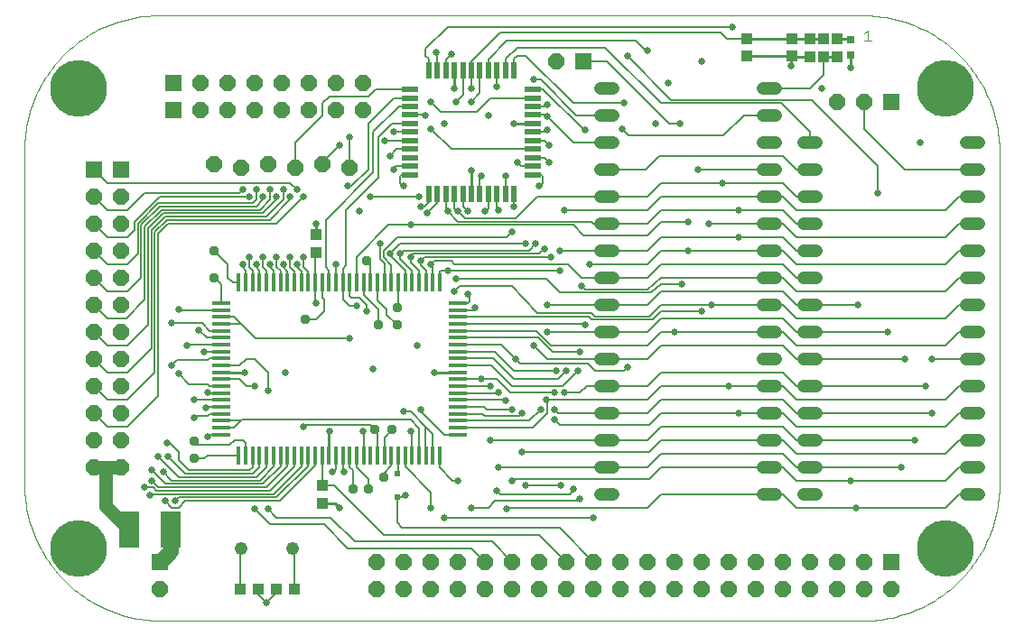
<source format=gtl>
G75*
%MOIN*%
%OFA0B0*%
%FSLAX24Y24*%
%IPPOS*%
%LPD*%
%AMOC8*
5,1,8,0,0,1.08239X$1,22.5*
%
%ADD10C,0.0000*%
%ADD11C,0.0030*%
%ADD12R,0.0394X0.0433*%
%ADD13R,0.0315X0.0315*%
%ADD14R,0.0433X0.0394*%
%ADD15C,0.2100*%
%ADD16R,0.0157X0.0709*%
%ADD17R,0.0709X0.0157*%
%ADD18C,0.0480*%
%ADD19R,0.0394X0.0394*%
%ADD20R,0.0600X0.0600*%
%ADD21OC8,0.0600*%
%ADD22R,0.0591X0.0197*%
%ADD23R,0.0197X0.0591*%
%ADD24R,0.0236X0.0236*%
%ADD25C,0.0480*%
%ADD26OC8,0.0337*%
%ADD27R,0.0748X0.1339*%
%ADD28C,0.0100*%
%ADD29C,0.0258*%
%ADD30C,0.0050*%
%ADD31C,0.0500*%
%ADD32C,0.0560*%
D10*
X005630Y000688D02*
X031435Y000688D01*
X031574Y000690D01*
X031714Y000696D01*
X031853Y000705D01*
X031992Y000719D01*
X032130Y000736D01*
X032268Y000757D01*
X032405Y000782D01*
X032542Y000810D01*
X032677Y000843D01*
X032812Y000879D01*
X032945Y000919D01*
X033078Y000962D01*
X033209Y001009D01*
X033339Y001060D01*
X033468Y001114D01*
X033594Y001172D01*
X033720Y001233D01*
X033843Y001298D01*
X033965Y001366D01*
X034085Y001437D01*
X034203Y001512D01*
X034318Y001590D01*
X034432Y001671D01*
X034543Y001755D01*
X034652Y001842D01*
X034758Y001932D01*
X034862Y002025D01*
X034963Y002121D01*
X035062Y002220D01*
X035158Y002321D01*
X035251Y002425D01*
X035341Y002531D01*
X035428Y002640D01*
X035512Y002751D01*
X035593Y002865D01*
X035671Y002980D01*
X035746Y003098D01*
X035817Y003218D01*
X035885Y003340D01*
X035950Y003463D01*
X036011Y003589D01*
X036069Y003715D01*
X036123Y003844D01*
X036174Y003974D01*
X036221Y004105D01*
X036264Y004238D01*
X036304Y004371D01*
X036340Y004506D01*
X036373Y004641D01*
X036401Y004778D01*
X036426Y004915D01*
X036447Y005053D01*
X036464Y005191D01*
X036478Y005330D01*
X036487Y005469D01*
X036493Y005609D01*
X036495Y005748D01*
X036495Y018019D01*
X036493Y018158D01*
X036487Y018297D01*
X036478Y018435D01*
X036464Y018573D01*
X036447Y018711D01*
X036426Y018849D01*
X036402Y018985D01*
X036373Y019121D01*
X036341Y019256D01*
X036305Y019390D01*
X036265Y019524D01*
X036222Y019655D01*
X036175Y019786D01*
X036125Y019916D01*
X036070Y020044D01*
X036013Y020170D01*
X035952Y020295D01*
X035888Y020418D01*
X035820Y020539D01*
X035749Y020658D01*
X035674Y020776D01*
X035597Y020891D01*
X035516Y021004D01*
X035432Y021115D01*
X035345Y021223D01*
X035256Y021329D01*
X035163Y021432D01*
X035068Y021533D01*
X034969Y021632D01*
X034868Y021727D01*
X034765Y021820D01*
X034659Y021909D01*
X034551Y021996D01*
X034440Y022080D01*
X034327Y022161D01*
X034212Y022238D01*
X034094Y022313D01*
X033975Y022384D01*
X033854Y022452D01*
X033731Y022516D01*
X033606Y022577D01*
X033480Y022634D01*
X033352Y022689D01*
X033222Y022739D01*
X033091Y022786D01*
X032960Y022829D01*
X032826Y022869D01*
X032692Y022905D01*
X032557Y022937D01*
X032421Y022966D01*
X032285Y022990D01*
X032147Y023011D01*
X032009Y023028D01*
X031871Y023042D01*
X031733Y023051D01*
X031594Y023057D01*
X031455Y023059D01*
X005498Y023059D01*
X005497Y023058D02*
X005358Y023057D01*
X005219Y023052D01*
X005080Y023043D01*
X004941Y023030D01*
X004803Y023014D01*
X004665Y022993D01*
X004528Y022969D01*
X004391Y022940D01*
X004256Y022908D01*
X004121Y022872D01*
X003988Y022833D01*
X003855Y022790D01*
X003724Y022743D01*
X003595Y022692D01*
X003466Y022638D01*
X003340Y022580D01*
X003215Y022518D01*
X003091Y022453D01*
X002970Y022385D01*
X002850Y022313D01*
X002733Y022238D01*
X002618Y022160D01*
X002505Y022079D01*
X002394Y021994D01*
X002286Y021906D01*
X002180Y021816D01*
X002077Y021722D01*
X001977Y021626D01*
X001879Y021526D01*
X001784Y021424D01*
X001692Y021320D01*
X001603Y021213D01*
X001517Y021103D01*
X001434Y020991D01*
X001354Y020877D01*
X001278Y020760D01*
X001205Y020642D01*
X001135Y020521D01*
X001068Y020399D01*
X001005Y020275D01*
X000946Y020149D01*
X000890Y020021D01*
X000838Y019892D01*
X000789Y019762D01*
X000744Y019630D01*
X000703Y019497D01*
X000665Y019363D01*
X000632Y019227D01*
X000602Y019091D01*
X000575Y018955D01*
X000553Y018817D01*
X000535Y018679D01*
X000520Y018541D01*
X000510Y018402D01*
X000503Y018263D01*
X000500Y018123D01*
X000500Y005692D01*
X000500Y005693D02*
X000504Y005550D01*
X000512Y005409D01*
X000524Y005267D01*
X000539Y005126D01*
X000559Y004985D01*
X000582Y004845D01*
X000610Y004705D01*
X000641Y004567D01*
X000677Y004429D01*
X000716Y004292D01*
X000759Y004157D01*
X000805Y004023D01*
X000856Y003890D01*
X000910Y003758D01*
X000968Y003629D01*
X001029Y003500D01*
X001094Y003374D01*
X001163Y003249D01*
X001235Y003127D01*
X001310Y003006D01*
X001389Y002888D01*
X001471Y002772D01*
X001556Y002658D01*
X001645Y002547D01*
X001736Y002438D01*
X001831Y002332D01*
X001928Y002229D01*
X002029Y002128D01*
X002132Y002030D01*
X002237Y001935D01*
X002346Y001844D01*
X002457Y001755D01*
X002570Y001669D01*
X002686Y001587D01*
X002804Y001508D01*
X002924Y001432D01*
X003047Y001359D01*
X003171Y001290D01*
X003297Y001225D01*
X003425Y001163D01*
X003555Y001105D01*
X003686Y001050D01*
X003819Y000999D01*
X003953Y000952D01*
X004088Y000909D01*
X004224Y000869D01*
X004362Y000833D01*
X004500Y000802D01*
X004640Y000774D01*
X004780Y000750D01*
X004921Y000729D01*
X005062Y000713D01*
X005203Y000701D01*
X005345Y000693D01*
X005487Y000689D01*
X005629Y000688D01*
D11*
X031515Y022140D02*
X031762Y022140D01*
X031638Y022140D02*
X031638Y022510D01*
X031515Y022387D01*
D12*
X029500Y022210D03*
X029500Y021540D03*
D13*
X031000Y021580D03*
X031000Y022170D03*
D14*
X030500Y022210D03*
X030000Y022210D03*
X030000Y021540D03*
X030500Y021540D03*
X011250Y014960D03*
X011250Y014290D03*
X011500Y005710D03*
X011500Y005040D03*
X010460Y001875D03*
X009790Y001875D03*
X009147Y001875D03*
X008478Y001875D03*
D15*
X002500Y003375D03*
X002500Y020375D03*
X034500Y020375D03*
X034500Y003375D03*
D16*
X015836Y006811D03*
X015580Y006811D03*
X015324Y006811D03*
X015068Y006811D03*
X014812Y006811D03*
X014556Y006811D03*
X014300Y006811D03*
X014044Y006811D03*
X013788Y006811D03*
X013532Y006811D03*
X013277Y006811D03*
X013021Y006811D03*
X012765Y006811D03*
X012509Y006811D03*
X012253Y006811D03*
X011997Y006811D03*
X011741Y006811D03*
X011485Y006811D03*
X011229Y006811D03*
X010973Y006811D03*
X010718Y006811D03*
X010462Y006811D03*
X010206Y006811D03*
X009950Y006811D03*
X009694Y006811D03*
X009438Y006811D03*
X009182Y006811D03*
X008926Y006811D03*
X008670Y006811D03*
X008414Y006811D03*
X008414Y013189D03*
X008670Y013189D03*
X008926Y013189D03*
X009182Y013189D03*
X009438Y013189D03*
X009694Y013189D03*
X009950Y013189D03*
X010206Y013189D03*
X010462Y013189D03*
X010718Y013189D03*
X010973Y013189D03*
X011229Y013189D03*
X011485Y013189D03*
X011741Y013189D03*
X011997Y013189D03*
X012253Y013189D03*
X012509Y013189D03*
X012765Y013189D03*
X013021Y013189D03*
X013277Y013189D03*
X013532Y013189D03*
X013788Y013189D03*
X014044Y013189D03*
X014300Y013189D03*
X014556Y013189D03*
X014812Y013189D03*
X015068Y013189D03*
X015324Y013189D03*
X015580Y013189D03*
X015836Y013189D03*
D17*
X016495Y012431D03*
X016495Y012175D03*
X016495Y011919D03*
X016495Y011663D03*
X016495Y011407D03*
X016495Y011152D03*
X016495Y010896D03*
X016495Y010640D03*
X016495Y010384D03*
X016495Y010128D03*
X016495Y009872D03*
X016495Y009616D03*
X016495Y009360D03*
X016495Y009104D03*
X016495Y008848D03*
X016495Y008593D03*
X016495Y008337D03*
X016495Y008081D03*
X016495Y007825D03*
X016495Y007569D03*
X007755Y007569D03*
X007755Y007825D03*
X007755Y008081D03*
X007755Y008337D03*
X007755Y008593D03*
X007755Y008848D03*
X007755Y009104D03*
X007755Y009360D03*
X007755Y009616D03*
X007755Y009872D03*
X007755Y010128D03*
X007755Y010384D03*
X007755Y010640D03*
X007755Y010896D03*
X007755Y011152D03*
X007755Y011407D03*
X007755Y011663D03*
X007755Y011919D03*
X007755Y012175D03*
X007755Y012431D03*
D18*
X021760Y012375D02*
X022240Y012375D01*
X022240Y011375D02*
X021760Y011375D01*
X021760Y010375D02*
X022240Y010375D01*
X022240Y009375D02*
X021760Y009375D01*
X021760Y008375D02*
X022240Y008375D01*
X022240Y007375D02*
X021760Y007375D01*
X021760Y006375D02*
X022240Y006375D01*
X022240Y005375D02*
X021760Y005375D01*
X027760Y005375D02*
X028240Y005375D01*
X029260Y005375D02*
X029740Y005375D01*
X029740Y006375D02*
X029260Y006375D01*
X028240Y006375D02*
X027760Y006375D01*
X027760Y007375D02*
X028240Y007375D01*
X029260Y007375D02*
X029740Y007375D01*
X029740Y008375D02*
X029260Y008375D01*
X028240Y008375D02*
X027760Y008375D01*
X027760Y009375D02*
X028240Y009375D01*
X029260Y009375D02*
X029740Y009375D01*
X029740Y010375D02*
X029260Y010375D01*
X028240Y010375D02*
X027760Y010375D01*
X027760Y011375D02*
X028240Y011375D01*
X029260Y011375D02*
X029740Y011375D01*
X029740Y012375D02*
X029260Y012375D01*
X028240Y012375D02*
X027760Y012375D01*
X027760Y013375D02*
X028240Y013375D01*
X029260Y013375D02*
X029740Y013375D01*
X029740Y014375D02*
X029260Y014375D01*
X028240Y014375D02*
X027760Y014375D01*
X027760Y015375D02*
X028240Y015375D01*
X029260Y015375D02*
X029740Y015375D01*
X029740Y016375D02*
X029260Y016375D01*
X028240Y016375D02*
X027760Y016375D01*
X027760Y017375D02*
X028240Y017375D01*
X029260Y017375D02*
X029740Y017375D01*
X029740Y018375D02*
X029260Y018375D01*
X028240Y018375D02*
X027760Y018375D01*
X027760Y019375D02*
X028240Y019375D01*
X028240Y020375D02*
X027760Y020375D01*
X022240Y020375D02*
X021760Y020375D01*
X021760Y019375D02*
X022240Y019375D01*
X022240Y018375D02*
X021760Y018375D01*
X021760Y017375D02*
X022240Y017375D01*
X022240Y016375D02*
X021760Y016375D01*
X021760Y015375D02*
X022240Y015375D01*
X022240Y014375D02*
X021760Y014375D01*
X021760Y013375D02*
X022240Y013375D01*
X035260Y013375D02*
X035740Y013375D01*
X035740Y012375D02*
X035260Y012375D01*
X035260Y011375D02*
X035740Y011375D01*
X035740Y010375D02*
X035260Y010375D01*
X035260Y009375D02*
X035740Y009375D01*
X035740Y008375D02*
X035260Y008375D01*
X035260Y007375D02*
X035740Y007375D01*
X035740Y006375D02*
X035260Y006375D01*
X035260Y005375D02*
X035740Y005375D01*
X035740Y014375D02*
X035260Y014375D01*
X035260Y015375D02*
X035740Y015375D01*
X035740Y016375D02*
X035260Y016375D01*
X035260Y017375D02*
X035740Y017375D01*
X035740Y018375D02*
X035260Y018375D01*
D19*
X028827Y021560D03*
X028827Y022190D03*
X027173Y022190D03*
X027173Y021560D03*
D20*
X032500Y019875D03*
X021125Y021375D03*
X006000Y020563D03*
X006000Y019563D03*
X004063Y017375D03*
X003063Y017375D03*
X005500Y002875D03*
X032500Y002875D03*
D21*
X031500Y002875D03*
X030500Y002875D03*
X029500Y002875D03*
X028500Y002875D03*
X027500Y002875D03*
X026500Y002875D03*
X025500Y002875D03*
X024500Y002875D03*
X023500Y002875D03*
X022500Y002875D03*
X021500Y002875D03*
X020500Y002875D03*
X019500Y002875D03*
X018500Y002875D03*
X017500Y002875D03*
X016500Y002875D03*
X015500Y002875D03*
X014500Y002875D03*
X013500Y002875D03*
X013500Y001875D03*
X014500Y001875D03*
X015500Y001875D03*
X016500Y001875D03*
X017500Y001875D03*
X018500Y001875D03*
X019500Y001875D03*
X020500Y001875D03*
X021500Y001875D03*
X022500Y001875D03*
X023500Y001875D03*
X024500Y001875D03*
X025500Y001875D03*
X026500Y001875D03*
X027500Y001875D03*
X028500Y001875D03*
X029500Y001875D03*
X030500Y001875D03*
X031500Y001875D03*
X032500Y001875D03*
X012500Y017438D03*
X011500Y017563D03*
X010500Y017438D03*
X009500Y017563D03*
X008500Y017438D03*
X007500Y017563D03*
X007000Y019563D03*
X008000Y019563D03*
X009000Y019563D03*
X010000Y019563D03*
X011000Y019563D03*
X012000Y019563D03*
X013000Y019563D03*
X013000Y020563D03*
X012000Y020563D03*
X011000Y020563D03*
X010000Y020563D03*
X009000Y020563D03*
X008000Y020563D03*
X007000Y020563D03*
X004063Y016375D03*
X003063Y016375D03*
X003063Y015375D03*
X004063Y015375D03*
X004063Y014375D03*
X003063Y014375D03*
X003063Y013375D03*
X004063Y013375D03*
X004063Y012375D03*
X003063Y012375D03*
X003063Y011375D03*
X004063Y011375D03*
X004063Y010375D03*
X003063Y010375D03*
X003063Y009375D03*
X004063Y009375D03*
X004063Y008375D03*
X003063Y008375D03*
X003063Y007375D03*
X004063Y007375D03*
X004063Y006375D03*
X003063Y006375D03*
X005500Y001875D03*
X030500Y019875D03*
X031500Y019875D03*
X020125Y021375D03*
D22*
X019283Y020325D03*
X019283Y020010D03*
X019283Y019695D03*
X019283Y019380D03*
X019283Y019065D03*
X019283Y018750D03*
X019283Y018435D03*
X019283Y018120D03*
X019283Y017805D03*
X019283Y017490D03*
X019283Y017175D03*
X014717Y017175D03*
X014717Y017490D03*
X014717Y017805D03*
X014717Y018120D03*
X014717Y018435D03*
X014717Y018750D03*
X014717Y019065D03*
X014717Y019380D03*
X014717Y019695D03*
X014717Y020010D03*
X014717Y020325D03*
D23*
X015425Y021033D03*
X015740Y021033D03*
X016055Y021033D03*
X016370Y021033D03*
X016685Y021033D03*
X017000Y021033D03*
X017315Y021033D03*
X017630Y021033D03*
X017945Y021033D03*
X018260Y021033D03*
X018575Y021033D03*
X018575Y016467D03*
X018260Y016467D03*
X017945Y016467D03*
X017630Y016467D03*
X017315Y016467D03*
X017000Y016467D03*
X016685Y016467D03*
X016370Y016467D03*
X016055Y016467D03*
X015740Y016467D03*
X015425Y016467D03*
D24*
X014250Y006121D03*
X014250Y005254D03*
D25*
X010388Y003375D03*
X008488Y003375D03*
D26*
X012625Y005563D03*
X013188Y005563D03*
X013750Y006000D03*
X013438Y007750D03*
X014063Y007750D03*
X014250Y011625D03*
X014250Y012250D03*
X013563Y011625D03*
X010875Y011813D03*
X013125Y014000D03*
X007500Y014375D03*
X007500Y013375D03*
X006750Y007313D03*
X006750Y006688D03*
D27*
X005893Y004063D03*
X004357Y004063D03*
D28*
X011500Y005040D02*
X011960Y005040D01*
X012125Y004875D01*
X011500Y005710D02*
X011485Y005724D01*
X011741Y006811D02*
X011741Y007679D01*
X011750Y007688D01*
X008625Y009875D02*
X008622Y009872D01*
X007755Y009872D01*
X011229Y014270D02*
X011250Y014290D01*
X011250Y014960D02*
X011250Y015375D01*
X017000Y016467D02*
X017000Y017313D01*
X018563Y019063D02*
X018565Y019065D01*
X019283Y019065D01*
X016375Y020375D02*
X016370Y020380D01*
X016370Y021033D01*
X027173Y021560D02*
X028827Y021560D01*
X028827Y021540D01*
X029500Y021540D01*
X030000Y021540D02*
X030500Y021540D01*
X031000Y021580D02*
X031000Y021125D01*
X030961Y022210D02*
X030500Y022210D01*
X030000Y022210D02*
X029500Y022210D01*
X029480Y022190D02*
X028827Y022190D01*
X027173Y022190D01*
X028813Y021560D02*
X028813Y021188D01*
X028827Y021560D02*
X028813Y021560D01*
X016495Y009872D02*
X015690Y009872D01*
X015625Y009875D01*
D29*
X015625Y009875D03*
X017375Y009625D03*
X017688Y009375D03*
X018000Y009125D03*
X018250Y008813D03*
X018500Y008500D03*
X018875Y008375D03*
X019563Y008500D03*
X019750Y008875D03*
X020063Y009125D03*
X020438Y009125D03*
X020063Y008500D03*
X020063Y008125D03*
X018875Y006938D03*
X018000Y006375D03*
X018500Y005875D03*
X017938Y005500D03*
X018313Y004813D03*
X019000Y005688D03*
X020313Y005688D03*
X020750Y005563D03*
X021000Y005188D03*
X021500Y004500D03*
X017000Y004875D03*
X016000Y004500D03*
X015500Y004875D03*
X014563Y005313D03*
X016500Y005875D03*
X017688Y007375D03*
X015125Y008500D03*
X014500Y008438D03*
X014750Y007688D03*
X013000Y007688D03*
X011750Y007688D03*
X010813Y007875D03*
X009500Y009188D03*
X009000Y009375D03*
X008625Y009875D03*
X010125Y009875D03*
X012500Y011125D03*
X013125Y012125D03*
X012750Y012313D03*
X011250Y012438D03*
X010563Y013875D03*
X010813Y014125D03*
X010313Y014125D03*
X010063Y013875D03*
X009813Y014125D03*
X009563Y013875D03*
X009313Y014125D03*
X009063Y013875D03*
X008813Y014125D03*
X008563Y013875D03*
X006188Y012188D03*
X005938Y011688D03*
X006500Y010875D03*
X007125Y010625D03*
X006938Y011438D03*
X005938Y010125D03*
X006188Y009813D03*
X007250Y009125D03*
X006750Y008875D03*
X007188Y008563D03*
X006750Y008188D03*
X007250Y007500D03*
X005750Y007250D03*
X005813Y006750D03*
X005438Y006750D03*
X005188Y006250D03*
X005188Y005875D03*
X004938Y005625D03*
X005125Y005313D03*
X005688Y005125D03*
X006063Y005125D03*
X005625Y006188D03*
X009000Y004813D03*
X009500Y004813D03*
X011875Y006188D03*
X012313Y006188D03*
X012125Y004875D03*
X009438Y001375D03*
X013375Y010000D03*
X015000Y010875D03*
X017125Y012250D03*
X016875Y012750D03*
X016375Y012875D03*
X016438Y013313D03*
X016125Y013625D03*
X015500Y013875D03*
X015125Y014000D03*
X014750Y014125D03*
X014375Y014250D03*
X014000Y014250D03*
X013625Y014625D03*
X014750Y015313D03*
X015375Y015750D03*
X015125Y016000D03*
X015063Y016375D03*
X014500Y016750D03*
X014125Y017375D03*
X014000Y017875D03*
X013813Y018438D03*
X014125Y018750D03*
X015313Y019375D03*
X015500Y019875D03*
X016438Y019875D03*
X017000Y019875D03*
X017000Y020375D03*
X016375Y020375D03*
X017938Y020438D03*
X017625Y019375D03*
X018563Y019063D03*
X019813Y019313D03*
X019813Y019750D03*
X019813Y018813D03*
X019875Y018250D03*
X019875Y017625D03*
X018688Y017625D03*
X018250Y017125D03*
X017375Y017125D03*
X017000Y017313D03*
X018000Y015875D03*
X017500Y015813D03*
X016875Y015813D03*
X016500Y015813D03*
X016125Y015813D03*
X018500Y015063D03*
X019000Y014625D03*
X019375Y014625D03*
X019688Y014438D03*
X020250Y014375D03*
X019938Y014125D03*
X020250Y013625D03*
X021063Y013063D03*
X021375Y013875D03*
X019813Y012375D03*
X019813Y011375D03*
X019313Y010875D03*
X018625Y010375D03*
X020125Y009938D03*
X020500Y009938D03*
X020938Y009938D03*
X021000Y010625D03*
X021188Y011625D03*
X022750Y010063D03*
X024500Y011375D03*
X025500Y012125D03*
X025875Y012375D03*
X024750Y013125D03*
X025000Y014375D03*
X025000Y015438D03*
X025750Y015375D03*
X026875Y014875D03*
X026875Y015875D03*
X026250Y016875D03*
X025375Y017375D03*
X024688Y019063D03*
X023813Y019063D03*
X022563Y018875D03*
X021188Y018813D03*
X022625Y019813D03*
X024250Y020563D03*
X025500Y021375D03*
X026625Y022625D03*
X028813Y021188D03*
X029938Y020375D03*
X031000Y021125D03*
X033563Y018375D03*
X032000Y016500D03*
X031250Y012375D03*
X032375Y011375D03*
X033000Y010375D03*
X034000Y010375D03*
X033750Y009375D03*
X034000Y008375D03*
X033375Y007375D03*
X032875Y006375D03*
X031000Y005875D03*
X031188Y004875D03*
X026875Y008375D03*
X026500Y009375D03*
X020438Y015875D03*
X019500Y016750D03*
X018563Y016000D03*
X015500Y018875D03*
X016000Y019063D03*
X019313Y020688D03*
X016250Y021625D03*
X015688Y021688D03*
X012500Y018563D03*
X012125Y018250D03*
X012438Y016750D03*
X013250Y016375D03*
X012875Y015813D03*
X011250Y015375D03*
X010813Y016375D03*
X010563Y016625D03*
X010313Y016375D03*
X010063Y016625D03*
X009813Y016375D03*
X009563Y016625D03*
X009313Y016375D03*
X009063Y016625D03*
X008813Y016375D03*
X008563Y016625D03*
X012000Y013875D03*
X022750Y021563D03*
X023500Y021750D03*
D30*
X023438Y021750D01*
X023063Y022125D01*
X018313Y022125D01*
X017630Y021442D01*
X017630Y021033D01*
X017945Y021033D02*
X017945Y020445D01*
X017938Y020438D01*
X017697Y020010D02*
X017188Y019500D01*
X015875Y019500D01*
X015500Y019875D01*
X015308Y019380D02*
X014717Y019380D01*
X014717Y019695D02*
X014320Y019695D01*
X013375Y018750D01*
X013375Y017250D01*
X011625Y015500D01*
X011625Y013750D01*
X011741Y013634D01*
X011741Y013189D01*
X011485Y013189D02*
X011485Y012640D01*
X011563Y012563D01*
X011563Y012125D01*
X011250Y011813D01*
X010875Y011813D01*
X011250Y012438D02*
X011229Y012458D01*
X011229Y013189D01*
X011229Y014270D01*
X010813Y014125D02*
X010813Y013750D01*
X010973Y013589D01*
X010973Y013189D01*
X010718Y013189D02*
X010718Y013595D01*
X010563Y013750D01*
X010563Y013875D01*
X010313Y013750D02*
X010313Y014125D01*
X010063Y013875D02*
X010063Y013750D01*
X010206Y013607D01*
X010206Y013189D01*
X010462Y013189D02*
X010462Y013601D01*
X010313Y013750D01*
X009950Y013613D02*
X009813Y013750D01*
X009813Y014125D01*
X009563Y013875D02*
X009563Y013750D01*
X009694Y013619D01*
X009694Y013189D01*
X009950Y013189D02*
X009950Y013613D01*
X009438Y013625D02*
X009313Y013750D01*
X009313Y014125D01*
X009063Y013875D02*
X009063Y013750D01*
X009182Y013630D01*
X009182Y013189D01*
X008926Y013189D02*
X008926Y013636D01*
X008813Y013750D01*
X008813Y014125D01*
X008563Y013875D02*
X008563Y013750D01*
X008670Y013642D01*
X008670Y013189D01*
X008414Y013189D02*
X008186Y013189D01*
X008000Y013375D01*
X008000Y013875D01*
X007500Y014375D01*
X007500Y013375D02*
X007755Y013120D01*
X007755Y012431D01*
X007755Y012175D02*
X006200Y012175D01*
X006188Y012188D01*
X005938Y011688D02*
X007063Y011688D01*
X007343Y011407D01*
X007755Y011407D01*
X007755Y011152D02*
X007223Y011152D01*
X006938Y011438D01*
X006521Y010896D02*
X006500Y010875D01*
X006521Y010896D02*
X007755Y010896D01*
X007755Y010640D02*
X007140Y010640D01*
X007125Y010625D01*
X007321Y010384D02*
X007250Y010313D01*
X006125Y010313D01*
X005938Y010125D01*
X006188Y009813D02*
X006563Y009438D01*
X007250Y009438D01*
X007327Y009360D01*
X007755Y009360D01*
X007755Y009104D02*
X007271Y009104D01*
X007250Y009125D01*
X006777Y008848D02*
X006750Y008875D01*
X006777Y008848D02*
X007755Y008848D01*
X007755Y008593D02*
X007220Y008593D01*
X007188Y008563D01*
X007337Y008337D02*
X007250Y008250D01*
X006813Y008250D01*
X006750Y008188D01*
X007337Y008337D02*
X007755Y008337D01*
X007755Y008081D02*
X008500Y008081D01*
X008544Y008125D01*
X014750Y008125D01*
X015068Y007807D01*
X015068Y006811D01*
X015313Y006822D02*
X015313Y007875D01*
X015580Y007608D01*
X015580Y006811D01*
X015836Y006811D02*
X015836Y006352D01*
X016313Y005875D01*
X016500Y005875D01*
X015500Y005438D02*
X014556Y006381D01*
X014556Y006811D01*
X014300Y006811D02*
X014300Y006171D01*
X014250Y006121D01*
X014044Y006419D02*
X013750Y006125D01*
X013750Y006000D01*
X014044Y006419D02*
X014044Y006811D01*
X013788Y006811D02*
X013788Y007476D01*
X014063Y007750D01*
X013532Y007655D02*
X013438Y007750D01*
X013250Y007938D01*
X010875Y007938D01*
X010813Y007875D01*
X010718Y006811D02*
X010718Y006405D01*
X009688Y005375D01*
X005188Y005375D01*
X005125Y005313D01*
X005375Y005500D02*
X005250Y005625D01*
X004938Y005625D01*
X005188Y005875D02*
X005438Y005625D01*
X009438Y005625D01*
X010206Y006393D01*
X010206Y006811D01*
X010462Y006811D02*
X010462Y006399D01*
X009563Y005500D01*
X005375Y005500D01*
X005688Y005750D02*
X005188Y006250D01*
X005625Y006188D02*
X005938Y005875D01*
X009188Y005875D01*
X009694Y006381D01*
X009694Y006811D01*
X009950Y006811D02*
X009950Y006387D01*
X009313Y005750D01*
X005688Y005750D01*
X006188Y006000D02*
X005438Y006750D01*
X005813Y006750D02*
X006438Y006125D01*
X008938Y006125D01*
X009182Y006370D01*
X009182Y006811D01*
X008926Y006811D02*
X008926Y006364D01*
X008813Y006250D01*
X006563Y006250D01*
X006188Y006625D01*
X006188Y006938D01*
X005875Y007250D01*
X005750Y007250D01*
X006750Y007313D02*
X006875Y007188D01*
X008063Y007188D01*
X008250Y007375D01*
X008563Y007375D01*
X008670Y007267D01*
X008670Y006811D01*
X008414Y006811D02*
X007251Y006811D01*
X007128Y006688D01*
X006750Y006688D01*
X006188Y006000D02*
X009063Y006000D01*
X009438Y006375D01*
X009438Y006811D01*
X010973Y006811D02*
X010973Y006411D01*
X009813Y005250D01*
X006188Y005250D01*
X006063Y005125D01*
X006188Y004875D02*
X005938Y004875D01*
X005688Y005125D01*
X006188Y004875D02*
X006438Y005125D01*
X009938Y005125D01*
X011229Y006417D01*
X011229Y006811D01*
X011485Y006811D02*
X011485Y005724D01*
X011500Y005710D02*
X011522Y005688D01*
X011938Y005688D01*
X013750Y003875D01*
X019500Y003875D01*
X020500Y002875D01*
X021500Y002875D02*
X020250Y004125D01*
X014438Y004125D01*
X014250Y004313D01*
X014250Y005254D01*
X014504Y005254D01*
X014563Y005313D01*
X015500Y005438D02*
X015500Y004875D01*
X016000Y004500D02*
X021500Y004500D01*
X020938Y005125D02*
X017875Y005125D01*
X017625Y004875D01*
X017000Y004875D01*
X017938Y005500D02*
X018063Y005375D01*
X020625Y005375D01*
X020750Y005500D01*
X020750Y005563D01*
X020313Y005688D02*
X019000Y005688D01*
X018563Y005938D02*
X018500Y005875D01*
X018563Y005938D02*
X023563Y005938D01*
X024000Y006375D01*
X028000Y006375D01*
X028500Y006375D01*
X029000Y005875D01*
X031000Y005875D01*
X034500Y005875D01*
X035000Y006375D01*
X035500Y006375D01*
X034500Y006875D02*
X029000Y006875D01*
X028500Y007375D01*
X028000Y007375D01*
X024000Y007375D01*
X023563Y006938D01*
X018875Y006938D01*
X018000Y006375D02*
X022000Y006375D01*
X023500Y006375D01*
X024000Y006875D01*
X028500Y006875D01*
X029000Y006375D01*
X029500Y006375D01*
X032875Y006375D01*
X033375Y007375D02*
X029500Y007375D01*
X029000Y007375D01*
X028500Y007875D01*
X024000Y007875D01*
X023500Y007375D01*
X022000Y007375D01*
X017688Y007375D01*
X017500Y008250D02*
X018750Y008250D01*
X018875Y008375D01*
X018500Y008500D02*
X017560Y008500D01*
X017468Y008593D01*
X016495Y008593D01*
X016495Y008848D02*
X018214Y008848D01*
X018250Y008813D01*
X018438Y009125D02*
X020063Y009125D01*
X020438Y009125D02*
X021000Y009125D01*
X021250Y009375D01*
X022000Y009375D01*
X023500Y009375D01*
X024000Y009875D01*
X028500Y009875D01*
X029000Y009375D01*
X029500Y009375D01*
X033750Y009375D01*
X034500Y008875D02*
X029000Y008875D01*
X028500Y009375D01*
X028000Y009375D01*
X026500Y009375D01*
X024000Y009375D01*
X023500Y008875D01*
X019750Y008875D01*
X019813Y008813D01*
X019813Y008375D01*
X019262Y007825D01*
X016495Y007825D01*
X016495Y008081D02*
X019143Y008081D01*
X019563Y008500D01*
X020063Y008500D02*
X020188Y008375D01*
X022000Y008375D01*
X023500Y008375D01*
X024000Y008875D01*
X028500Y008875D01*
X029000Y008375D01*
X029500Y008375D01*
X034000Y008375D01*
X034500Y007875D02*
X029000Y007875D01*
X028500Y008375D01*
X028000Y008375D01*
X026875Y008375D01*
X024000Y008375D01*
X023563Y007938D01*
X020250Y007938D01*
X020063Y008125D01*
X020375Y009375D02*
X018500Y009375D01*
X017747Y010128D01*
X016495Y010128D01*
X016492Y010125D01*
X016495Y010384D02*
X017804Y010384D01*
X018563Y009625D01*
X020188Y009625D01*
X020500Y009938D01*
X020125Y009938D02*
X018563Y009938D01*
X017860Y010640D01*
X016495Y010640D01*
X016495Y010896D02*
X018104Y010896D01*
X018625Y010375D01*
X018813Y010188D01*
X021313Y010188D01*
X021563Y009938D01*
X022625Y009938D01*
X022750Y010063D01*
X022000Y010375D02*
X019813Y010375D01*
X019313Y010875D01*
X019473Y011152D02*
X016495Y011152D01*
X016495Y011407D02*
X019405Y011407D01*
X019938Y010875D01*
X023500Y010875D01*
X024000Y011375D01*
X024500Y011375D01*
X028000Y011375D01*
X028500Y011375D01*
X029000Y010875D01*
X034500Y010875D01*
X035000Y011375D01*
X035500Y011375D01*
X034500Y011875D02*
X029000Y011875D01*
X028500Y012375D01*
X028000Y012375D01*
X025875Y012375D01*
X024000Y012375D01*
X023563Y011938D01*
X021563Y011938D01*
X021438Y012063D01*
X019438Y012063D01*
X018500Y013063D01*
X016563Y013063D01*
X016375Y012875D01*
X016875Y012750D02*
X016938Y012688D01*
X016938Y012500D01*
X016869Y012431D01*
X016495Y012431D01*
X016495Y012175D02*
X017050Y012175D01*
X017125Y012250D01*
X016495Y011919D02*
X021331Y011919D01*
X021438Y011813D01*
X023688Y011813D01*
X024000Y012125D01*
X025500Y012125D01*
X024750Y013125D02*
X024000Y013125D01*
X023625Y012813D01*
X020250Y012813D01*
X019750Y013313D01*
X016438Y013313D01*
X016125Y013625D02*
X020250Y013625D01*
X020563Y013875D02*
X021063Y013375D01*
X022000Y013375D01*
X023500Y013375D01*
X024000Y013875D01*
X028500Y013875D01*
X029000Y013375D01*
X029500Y013375D01*
X029000Y012875D02*
X028500Y013375D01*
X028000Y013375D01*
X024000Y013375D01*
X023500Y012938D01*
X021188Y012938D01*
X021063Y013063D01*
X021375Y013875D02*
X023500Y013875D01*
X024000Y014375D01*
X025000Y014375D01*
X028000Y014375D01*
X028500Y014375D01*
X029000Y013875D01*
X034500Y013875D01*
X035000Y014375D01*
X035500Y014375D01*
X034500Y014875D02*
X029000Y014875D01*
X028500Y015375D01*
X028000Y015375D01*
X025750Y015375D01*
X025000Y015438D02*
X024000Y015438D01*
X023500Y014938D01*
X021125Y014938D01*
X020750Y015313D01*
X014750Y015313D01*
X013938Y015313D01*
X012765Y014140D01*
X012765Y013189D01*
X013021Y013189D02*
X013021Y012729D01*
X013563Y012188D01*
X013563Y011625D01*
X013875Y012000D02*
X014250Y011625D01*
X013875Y012000D02*
X013875Y012188D01*
X013532Y012530D01*
X013532Y013189D01*
X013277Y013189D02*
X013277Y013848D01*
X013125Y014000D01*
X013625Y014063D02*
X013625Y014625D01*
X013750Y014375D02*
X013750Y014125D01*
X014044Y013831D01*
X014044Y013189D01*
X013788Y013189D02*
X013788Y013899D01*
X013625Y014063D01*
X013750Y014375D02*
X014250Y014875D01*
X018313Y014875D01*
X018500Y015063D01*
X018625Y015563D02*
X019438Y016375D01*
X022000Y016375D01*
X023500Y016375D01*
X024000Y016875D01*
X026250Y016875D01*
X028500Y016875D01*
X029000Y016375D01*
X029500Y016375D01*
X029000Y015875D02*
X028500Y016375D01*
X028000Y016375D01*
X024000Y016375D01*
X023500Y015875D01*
X020438Y015875D01*
X021438Y015438D02*
X016500Y015438D01*
X016125Y015813D01*
X016055Y015882D01*
X016055Y016467D01*
X015740Y016467D02*
X015740Y016115D01*
X015375Y015750D01*
X015250Y016000D02*
X015125Y016000D01*
X015250Y016000D02*
X015425Y016175D01*
X015425Y016467D01*
X015063Y016375D02*
X013250Y016375D01*
X013563Y017063D02*
X012375Y015875D01*
X012375Y013813D01*
X012253Y013690D01*
X012253Y013189D01*
X012253Y012560D01*
X012500Y012313D01*
X012750Y012313D01*
X012875Y012625D02*
X012563Y012625D01*
X012509Y012679D01*
X012509Y013189D01*
X011997Y013189D02*
X011997Y013872D01*
X012000Y013875D01*
X012875Y012625D02*
X013125Y012375D01*
X013125Y012125D01*
X014250Y012250D02*
X014300Y012300D01*
X014300Y013189D01*
X014556Y013189D02*
X014556Y013631D01*
X014000Y014188D01*
X014000Y014250D01*
X014375Y014625D01*
X019000Y014625D01*
X019125Y014375D02*
X019375Y014625D01*
X019125Y014375D02*
X014500Y014375D01*
X014375Y014250D01*
X014375Y014063D01*
X014812Y013625D01*
X014812Y013189D01*
X015068Y013189D02*
X015068Y013620D01*
X014750Y013938D01*
X014750Y014125D01*
X014875Y014250D01*
X019500Y014250D01*
X019688Y014438D01*
X020250Y014375D02*
X022000Y014375D01*
X023500Y014375D01*
X024000Y014875D01*
X026875Y014875D01*
X028500Y014875D01*
X029000Y014375D01*
X029500Y014375D01*
X029500Y015375D02*
X029000Y015375D01*
X028500Y015875D01*
X026875Y015875D01*
X024000Y015875D01*
X023500Y015375D01*
X022000Y015375D01*
X021500Y015375D01*
X021438Y015438D01*
X019625Y016875D02*
X019500Y016750D01*
X019625Y016875D02*
X019625Y017125D01*
X019575Y017175D01*
X019283Y017175D01*
X019283Y017490D02*
X018822Y017490D01*
X018688Y017625D01*
X019283Y017805D02*
X019695Y017805D01*
X019875Y017625D01*
X019283Y018120D02*
X016255Y018120D01*
X015500Y018875D01*
X014717Y018750D02*
X014125Y018750D01*
X014065Y019065D02*
X013563Y018563D01*
X013563Y017063D01*
X013188Y017375D02*
X012563Y016750D01*
X012438Y016750D01*
X012500Y017438D02*
X012500Y018563D01*
X012125Y018250D02*
X011500Y017625D01*
X011500Y017563D01*
X010500Y017438D02*
X010500Y018375D01*
X011500Y019375D01*
X011500Y019813D01*
X011750Y020063D01*
X013188Y020063D01*
X013450Y020325D01*
X014717Y020325D01*
X014717Y020010D02*
X014135Y020010D01*
X013188Y019063D01*
X013188Y017375D01*
X014000Y017875D02*
X014245Y018120D01*
X014717Y018120D01*
X014717Y018435D02*
X013815Y018435D01*
X013813Y018438D01*
X014065Y019065D02*
X014717Y019065D01*
X015308Y019380D02*
X015313Y019375D01*
X016438Y019875D02*
X016685Y020123D01*
X016685Y021033D01*
X017000Y021033D02*
X017000Y021375D01*
X018063Y022438D01*
X026188Y022438D01*
X026438Y022188D01*
X027171Y022188D01*
X027173Y022190D01*
X026625Y022625D02*
X016125Y022625D01*
X015313Y021813D01*
X015313Y021563D01*
X015425Y021450D01*
X015425Y021033D01*
X015740Y021033D02*
X015740Y021635D01*
X015688Y021688D01*
X016055Y021430D02*
X016250Y021625D01*
X016055Y021430D02*
X016055Y021033D01*
X017000Y021033D02*
X017000Y020375D01*
X017315Y020190D02*
X017000Y019875D01*
X017315Y020190D02*
X017315Y021033D01*
X018260Y021033D02*
X018260Y021447D01*
X018688Y021875D01*
X021938Y021875D01*
X024000Y019813D01*
X028438Y019813D01*
X029500Y018750D01*
X029500Y018375D01*
X028500Y017875D02*
X023938Y017875D01*
X023438Y017375D01*
X022000Y017375D01*
X022000Y018375D02*
X020750Y018375D01*
X019813Y019313D01*
X019745Y019380D01*
X019283Y019380D01*
X019283Y019695D02*
X019757Y019695D01*
X019813Y019750D01*
X019283Y020010D02*
X017697Y020010D01*
X019283Y020325D02*
X019637Y020325D01*
X021150Y018813D01*
X021188Y018813D01*
X020875Y019375D02*
X019563Y020688D01*
X019313Y020688D01*
X018575Y021033D02*
X018575Y021450D01*
X018688Y021563D01*
X019000Y021563D01*
X020750Y019813D01*
X022625Y019813D01*
X022000Y019375D02*
X020875Y019375D01*
X019813Y018813D02*
X019750Y018750D01*
X019283Y018750D01*
X019283Y018435D02*
X019690Y018435D01*
X019875Y018250D01*
X018260Y017115D02*
X018250Y017125D01*
X018260Y017115D02*
X018260Y016467D01*
X018575Y016467D02*
X018575Y016012D01*
X018563Y016000D01*
X018625Y015563D02*
X016750Y015563D01*
X016500Y015813D01*
X016370Y015942D01*
X016370Y016467D01*
X016685Y016467D02*
X016685Y016002D01*
X016875Y015813D01*
X017500Y015813D02*
X017630Y015942D01*
X017630Y016467D01*
X017945Y016467D02*
X017945Y015930D01*
X018000Y015875D01*
X017315Y016467D02*
X017315Y017065D01*
X017375Y017125D01*
X016688Y016464D02*
X016685Y016467D01*
X014717Y017175D02*
X014425Y017175D01*
X014375Y017125D01*
X014375Y016875D01*
X014500Y016750D01*
X014125Y017375D02*
X014240Y017490D01*
X014717Y017490D01*
X010813Y016375D02*
X009813Y015375D01*
X005813Y015375D01*
X005438Y015000D01*
X005438Y009000D01*
X004313Y007875D01*
X003563Y007875D01*
X003063Y008375D01*
X003563Y008875D02*
X004313Y008875D01*
X005313Y009875D01*
X005313Y015063D01*
X005750Y015500D01*
X009563Y015500D01*
X010313Y016250D01*
X010313Y016375D01*
X010063Y016250D02*
X009438Y015625D01*
X005688Y015625D01*
X005188Y015125D01*
X005188Y010750D01*
X004313Y009875D01*
X003563Y009875D01*
X003063Y010375D01*
X003563Y010875D02*
X004313Y010875D01*
X005063Y011625D01*
X005063Y015188D01*
X005625Y015750D01*
X009313Y015750D01*
X009813Y016250D01*
X009813Y016375D01*
X010063Y016250D02*
X010063Y016625D01*
X010313Y016875D02*
X010563Y016625D01*
X010313Y016875D02*
X003563Y016875D01*
X003063Y017375D01*
X003063Y016375D02*
X003563Y015875D01*
X004313Y015875D01*
X004938Y016500D01*
X008438Y016500D01*
X008563Y016625D01*
X008813Y016375D02*
X005500Y016375D01*
X004563Y015438D01*
X004563Y015125D01*
X004313Y014875D01*
X003563Y014875D01*
X003063Y015375D01*
X004688Y015375D02*
X004688Y014250D01*
X004313Y013875D01*
X003563Y013875D01*
X003063Y014375D01*
X003063Y013375D02*
X003563Y012875D01*
X004313Y012875D01*
X004813Y013375D01*
X004813Y015313D01*
X005500Y016000D01*
X009063Y016000D01*
X009313Y016250D01*
X009313Y016375D01*
X009563Y016250D02*
X009188Y015875D01*
X005563Y015875D01*
X004938Y015250D01*
X004938Y012563D01*
X004250Y011875D01*
X003563Y011875D01*
X003063Y012375D01*
X003063Y011375D02*
X003563Y010875D01*
X003063Y009375D02*
X003563Y008875D01*
X007250Y007500D02*
X007319Y007569D01*
X007755Y007569D01*
X007749Y007563D01*
X007755Y007825D02*
X008244Y007825D01*
X008500Y008081D01*
X009500Y009188D02*
X009500Y009875D01*
X009000Y010375D01*
X008688Y010375D01*
X008438Y010125D01*
X007758Y010125D01*
X007755Y010128D01*
X007755Y010384D02*
X007321Y010384D01*
X007755Y009616D02*
X008446Y009616D01*
X008688Y009375D01*
X009000Y009375D01*
X009038Y011125D02*
X012500Y011125D01*
X015324Y013189D02*
X015324Y013614D01*
X015125Y013813D01*
X015125Y014000D01*
X015250Y014125D01*
X019938Y014125D01*
X020563Y013875D02*
X016375Y013875D01*
X016250Y014000D01*
X015625Y014000D01*
X015500Y013875D01*
X015580Y013795D01*
X015580Y013189D01*
X015836Y013189D02*
X015836Y013586D01*
X015875Y013625D01*
X016125Y013625D01*
X016495Y011663D02*
X021149Y011663D01*
X021188Y011625D01*
X022000Y011375D02*
X019813Y011375D01*
X019473Y011152D02*
X020000Y010625D01*
X021000Y010625D01*
X020938Y009938D02*
X020375Y009375D01*
X022000Y010375D02*
X023500Y010375D01*
X024000Y010875D01*
X028500Y010875D01*
X029000Y010375D01*
X029500Y010375D01*
X033000Y010375D01*
X034000Y010375D02*
X035500Y010375D01*
X035500Y009375D02*
X035000Y009375D01*
X034500Y008875D01*
X035000Y008375D02*
X034500Y007875D01*
X035000Y007375D02*
X034500Y006875D01*
X035000Y007375D02*
X035500Y007375D01*
X035500Y008375D02*
X035000Y008375D01*
X035000Y005375D02*
X034500Y004875D01*
X031188Y004875D01*
X029000Y004875D01*
X028500Y005375D01*
X028000Y005375D01*
X024000Y005375D01*
X023500Y004875D01*
X018375Y004875D01*
X018313Y004813D01*
X017750Y003625D02*
X018500Y002875D01*
X017500Y002875D02*
X017000Y003375D01*
X012438Y003375D01*
X011563Y004250D01*
X009563Y004250D01*
X009000Y004813D01*
X009500Y004813D02*
X009813Y004500D01*
X011813Y004500D01*
X012688Y003625D01*
X017750Y003625D01*
X020938Y005125D02*
X021000Y005188D01*
X016495Y007569D02*
X015994Y007569D01*
X015125Y008438D01*
X015125Y008500D01*
X014750Y008438D02*
X014500Y008438D01*
X014750Y008438D02*
X015313Y007875D01*
X014812Y007625D02*
X014750Y007688D01*
X014812Y007625D02*
X014812Y006811D01*
X015313Y006822D02*
X015324Y006811D01*
X013532Y006811D02*
X013532Y007655D01*
X013021Y007667D02*
X013000Y007688D01*
X013021Y007667D02*
X013021Y006811D01*
X012765Y006811D02*
X012765Y006360D01*
X013188Y005938D01*
X013188Y005563D01*
X012625Y005563D02*
X012625Y006250D01*
X012509Y006366D01*
X012509Y006811D01*
X012253Y006811D02*
X012253Y006247D01*
X012313Y006188D01*
X011997Y006310D02*
X011875Y006188D01*
X011997Y006310D02*
X011997Y006811D01*
X016495Y008337D02*
X017413Y008337D01*
X017500Y008250D01*
X017979Y009104D02*
X016495Y009104D01*
X016495Y009360D02*
X017673Y009360D01*
X017688Y009375D01*
X017938Y009625D02*
X017375Y009625D01*
X017366Y009616D01*
X016495Y009616D01*
X017938Y009625D02*
X018438Y009125D01*
X018000Y009125D02*
X017979Y009104D01*
X022000Y011375D02*
X023500Y011375D01*
X024000Y011875D01*
X028500Y011875D01*
X029000Y011375D01*
X029500Y011375D01*
X032375Y011375D01*
X031250Y012375D02*
X029500Y012375D01*
X029000Y012375D01*
X028500Y012875D01*
X024000Y012875D01*
X023500Y012375D01*
X022000Y012375D01*
X019813Y012375D01*
X025375Y017375D02*
X028000Y017375D01*
X028500Y017875D02*
X029000Y017375D01*
X029500Y017375D01*
X029000Y015875D02*
X034500Y015875D01*
X035000Y016375D01*
X035500Y016375D01*
X035500Y015375D02*
X035000Y015375D01*
X034500Y014875D01*
X032000Y016500D02*
X032000Y017500D01*
X029563Y019938D01*
X024375Y019938D01*
X022750Y021563D01*
X022000Y021375D02*
X024313Y019063D01*
X024688Y019063D01*
X026313Y018625D02*
X027063Y019375D01*
X028000Y019375D01*
X028000Y020375D02*
X029500Y020375D01*
X030000Y020875D01*
X030000Y021540D01*
X029480Y022190D02*
X029500Y022210D01*
X030961Y022210D02*
X031000Y022170D01*
X030961Y022170D01*
X031500Y019875D02*
X031500Y018875D01*
X033000Y017375D01*
X035500Y017375D01*
X035500Y013375D02*
X035000Y013375D01*
X034500Y012875D01*
X029000Y012875D01*
X034500Y011875D02*
X035000Y012375D01*
X035500Y012375D01*
X026313Y018625D02*
X022813Y018625D01*
X022563Y018875D01*
X022000Y021375D02*
X021125Y021375D01*
X009563Y016625D02*
X009563Y016250D01*
X009063Y016250D02*
X008938Y016125D01*
X005438Y016125D01*
X004688Y015375D01*
X009063Y016250D02*
X009063Y016625D01*
X009438Y013625D02*
X009438Y013189D01*
X008244Y011919D02*
X007755Y011919D01*
X007755Y011663D02*
X008500Y011663D01*
X009038Y011125D01*
X008500Y011663D02*
X008244Y011919D01*
X008488Y003375D02*
X008478Y003365D01*
X008478Y001875D01*
X009147Y001875D02*
X009147Y001665D01*
X009438Y001375D01*
X009790Y001728D01*
X009790Y001875D01*
X010460Y001875D02*
X010460Y003303D01*
X010388Y003375D01*
X035000Y005375D02*
X035500Y005375D01*
D31*
X004357Y004063D02*
X003500Y004920D01*
X003500Y005853D01*
X003500Y005875D01*
X003500Y006313D01*
X003438Y006375D01*
X004063Y006375D01*
X003438Y006375D02*
X003063Y006375D01*
D32*
X005893Y004063D02*
X005893Y003268D01*
X005500Y002875D01*
M02*

</source>
